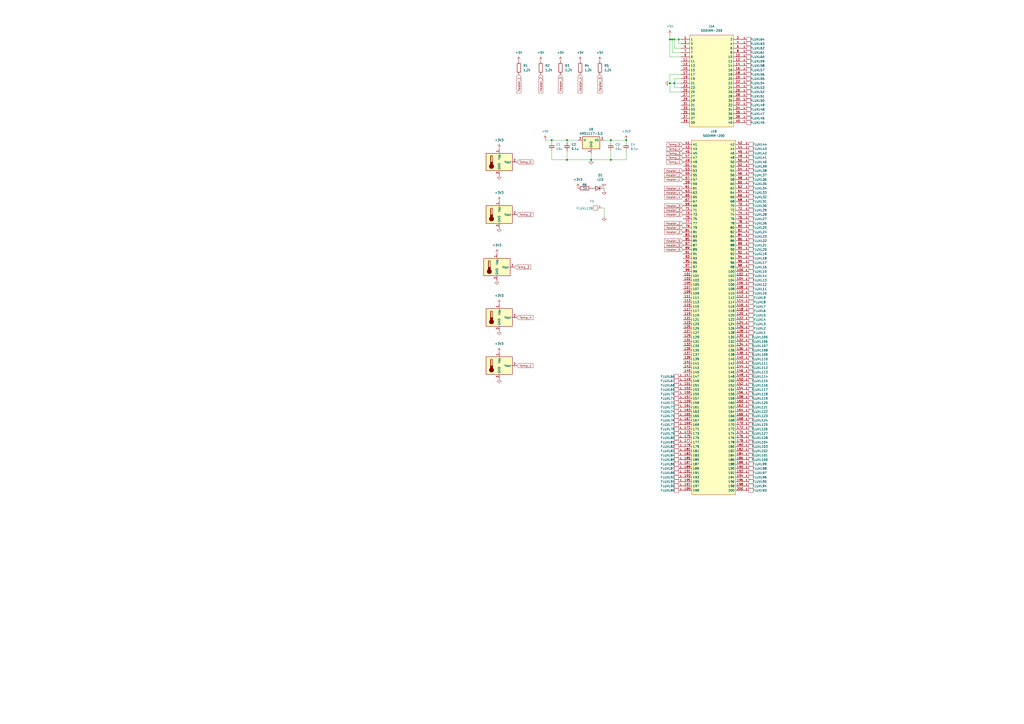
<source format=kicad_sch>
(kicad_sch (version 20250114) (generator "eeschema") (generator_version "9.0")
  (paper "A2")
  (junction (at 354.33 81.28))
  (junction (at 328.93 92.71))
  (junction (at 354.33 92.71))
  (junction (at 393.7 22.86))
  (junction (at 388.62 22.86))
  (junction (at 391.16 48.26))
  (junction (at 328.93 81.28))
  (junction (at 389.89 22.86))
  (junction (at 342.9 92.71))
  (junction (at 363.22 81.28))
  (junction (at 388.62 48.26))
  (junction (at 391.16 22.86))
  (junction (at 320.04 81.28))
  (wire (pts (xy 350.52 125.73) (xy 350.52 120.65)))
  (wire (pts (xy 350.52 109.22) (xy 350.52 110.49)))
  (wire (pts (xy 354.33 81.28) (xy 350.52 81.28)))
  (wire (pts (xy 391.16 22.86) (xy 389.89 22.86)))
  (wire (pts (xy 388.62 43.18) (xy 388.62 48.26)))
  (wire (pts (xy 391.16 48.26) (xy 394.97 48.26)))
  (wire (pts (xy 342.9 92.71) (xy 354.33 92.71)))
  (wire (pts (xy 349.25 120.65) (xy 350.52 120.65)))
  (wire (pts (xy 388.62 22.86) (xy 388.62 20.32)))
  (wire (pts (xy 320.04 81.28) (xy 320.04 82.55)))
  (wire (pts (xy 328.93 87.63) (xy 328.93 92.71)))
  (wire (pts (xy 320.04 81.28) (xy 328.93 81.28)))
  (wire (pts (xy 391.16 27.94) (xy 391.16 22.86)))
  (wire (pts (xy 354.33 92.71) (xy 354.33 87.63)))
  (wire (pts (xy 394.97 50.8) (xy 391.16 50.8)))
  (wire (pts (xy 363.22 82.55) (xy 363.22 81.28)))
  (wire (pts (xy 389.89 22.86) (xy 388.62 22.86)))
  (wire (pts (xy 363.22 92.71) (xy 363.22 87.63)))
  (wire (pts (xy 391.16 27.94) (xy 394.97 27.94)))
  (wire (pts (xy 388.62 33.02) (xy 388.62 22.86)))
  (wire (pts (xy 354.33 92.71) (xy 363.22 92.71)))
  (wire (pts (xy 391.16 22.86) (xy 393.7 22.86)))
  (wire (pts (xy 388.62 53.34) (xy 388.62 48.26)))
  (wire (pts (xy 320.04 92.71) (xy 328.93 92.71)))
  (wire (pts (xy 328.93 81.28) (xy 328.93 82.55)))
  (wire (pts (xy 394.97 53.34) (xy 388.62 53.34)))
  (wire (pts (xy 393.7 25.4) (xy 394.97 25.4)))
  (wire (pts (xy 394.97 30.48) (xy 389.89 30.48)))
  (wire (pts (xy 354.33 82.55) (xy 354.33 81.28)))
  (wire (pts (xy 393.7 25.4) (xy 393.7 22.86)))
  (wire (pts (xy 316.23 81.28) (xy 320.04 81.28)))
  (wire (pts (xy 393.7 22.86) (xy 394.97 22.86)))
  (wire (pts (xy 391.16 50.8) (xy 391.16 48.26)))
  (wire (pts (xy 394.97 43.18) (xy 388.62 43.18)))
  (wire (pts (xy 328.93 81.28) (xy 335.28 81.28)))
  (wire (pts (xy 342.9 88.9) (xy 342.9 92.71)))
  (wire (pts (xy 394.97 33.02) (xy 388.62 33.02)))
  (wire (pts (xy 320.04 87.63) (xy 320.04 92.71)))
  (wire (pts (xy 391.16 48.26) (xy 391.16 45.72)))
  (wire (pts (xy 389.89 30.48) (xy 389.89 22.86)))
  (wire (pts (xy 354.33 81.28) (xy 363.22 81.28)))
  (wire (pts (xy 328.93 92.71) (xy 342.9 92.71)))
  (wire (pts (xy 391.16 45.72) (xy 394.97 45.72)))
  (wire (pts (xy 388.62 48.26) (xy 391.16 48.26)))
  (global_label "Heater_5" (shape input) (at 347.98 43.18 270) (property "Intersheetrefs" "${INTERSHEET_REFS}" (effects (hide yes))))
  (global_label "Heater_2" (shape input) (at 396.24 134.62 180) (property "Intersheetrefs" "${INTERSHEET_REFS}" (effects (hide yes))))
  (global_label "Heater_4" (shape input) (at 396.24 111.76 180) (property "Intersheetrefs" "${INTERSHEET_REFS}" (effects (hide yes))))
  (global_label "Heater_1" (shape input) (at 396.24 99.06 180) (property "Intersheetrefs" "${INTERSHEET_REFS}" (effects (hide yes))))
  (global_label "Temp_5" (shape input) (at 299.72 93.98 0) (property "Intersheetrefs" "${INTERSHEET_REFS}" (effects (hide yes))))
  (global_label "Heater_3" (shape input) (at 396.24 119.38 180) (property "Intersheetrefs" "${INTERSHEET_REFS}" (effects (hide yes))))
  (global_label "Heater_4" (shape input) (at 396.24 109.22 180) (property "Intersheetrefs" "${INTERSHEET_REFS}" (effects (hide yes))))
  (global_label "Heater_1" (shape input) (at 396.24 101.6 180) (property "Intersheetrefs" "${INTERSHEET_REFS}" (effects (hide yes))))
  (global_label "Heater_2" (shape input) (at 396.24 129.54 180) (property "Intersheetrefs" "${INTERSHEET_REFS}" (effects (hide yes))))
  (global_label "Heater_3" (shape input) (at 396.24 124.46 180) (property "Intersheetrefs" "${INTERSHEET_REFS}" (effects (hide yes))))
  (global_label "Temp_4" (shape input) (at 396.24 86.36 180) (property "Intersheetrefs" "${INTERSHEET_REFS}" (effects (hide yes))))
  (global_label "Temp_3" (shape input) (at 396.24 88.9 180) (property "Intersheetrefs" "${INTERSHEET_REFS}" (effects (hide yes))))
  (global_label "Heater_4" (shape input) (at 396.24 114.3 180) (property "Intersheetrefs" "${INTERSHEET_REFS}" (effects (hide yes))))
  (global_label "Temp_2" (shape input) (at 396.24 91.44 180) (property "Intersheetrefs" "${INTERSHEET_REFS}" (effects (hide yes))))
  (global_label "Temp_5" (shape input) (at 396.24 83.82 180) (property "Intersheetrefs" "${INTERSHEET_REFS}" (effects (hide yes))))
  (global_label "Heater_2" (shape input) (at 313.69 43.18 270) (property "Intersheetrefs" "${INTERSHEET_REFS}" (effects (hide yes))))
  (global_label "Heater_3" (shape input) (at 325.12 43.18 270) (property "Intersheetrefs" "${INTERSHEET_REFS}" (effects (hide yes))))
  (global_label "Temp_1" (shape input) (at 396.24 93.98 180) (property "Intersheetrefs" "${INTERSHEET_REFS}" (effects (hide yes))))
  (global_label "Heater_5" (shape input) (at 396.24 139.7 180) (property "Intersheetrefs" "${INTERSHEET_REFS}" (effects (hide yes))))
  (global_label "Heater_1" (shape input) (at 396.24 104.14 180) (property "Intersheetrefs" "${INTERSHEET_REFS}" (effects (hide yes))))
  (global_label "Heater_2" (shape input) (at 396.24 132.08 180) (property "Intersheetrefs" "${INTERSHEET_REFS}" (effects (hide yes))))
  (global_label "Temp_1" (shape input) (at 299.72 212.09 0) (property "Intersheetrefs" "${INTERSHEET_REFS}" (effects (hide yes))))
  (global_label "Temp_2" (shape input) (at 299.72 124.46 0) (property "Intersheetrefs" "${INTERSHEET_REFS}" (effects (hide yes))))
  (global_label "Heater_5" (shape input) (at 396.24 142.24 180) (property "Intersheetrefs" "${INTERSHEET_REFS}" (effects (hide yes))))
  (global_label "Heater_4" (shape input) (at 336.55 43.18 270) (property "Intersheetrefs" "${INTERSHEET_REFS}" (effects (hide yes))))
  (global_label "Temp_4" (shape input) (at 299.72 184.15 0) (property "Intersheetrefs" "${INTERSHEET_REFS}" (effects (hide yes))))
  (global_label "Heater_5" (shape input) (at 396.24 144.78 180) (property "Intersheetrefs" "${INTERSHEET_REFS}" (effects (hide yes))))
  (global_label "Heater_3" (shape input) (at 396.24 121.92 180) (property "Intersheetrefs" "${INTERSHEET_REFS}" (effects (hide yes))))
  (global_label "Heater_1" (shape input) (at 300.99 43.18 270) (property "Intersheetrefs" "${INTERSHEET_REFS}" (effects (hide yes))))
  (global_label "Temp_3" (shape input) (at 298.45 154.94 0) (property "Intersheetrefs" "${INTERSHEET_REFS}" (effects (hide yes))))
  (symbol (lib_id "GaudiLabsPartsLibrary:FX") (at 435.61 119.38 270) (unit 1)
    (property "Reference" "FLUXL30" (at 440.69 119.38 90))
    (property "Value" "FX" (effects (hide yes)))
    (property "Footprint" "GaudiLabsFootPrints:FLUXPAD_2_75_4MIL_4_5" (effects (hide yes)))
    (property "Description" "Fluxl Pad" (effects (hide yes)))
  )
  (symbol (lib_id "power:+5V") (at 335.28 109.22 0) (unit 1)
    (property "Reference" "#PWR0123" (effects (hide yes)))
    (property "Value" "+3V3" (at 335.28 104.14 0))
    (property "Description" "Power symbol creates a global label with name \"+5V\"" (effects (hide yes)))
  )
  (symbol (lib_id "GaudiLabsPartsLibrary:FX") (at 435.61 279.4 270) (unit 1)
    (property "Reference" "FLUXL95" (at 440.69 279.4 90))
    (property "Value" "FX" (effects (hide yes)))
    (property "Footprint" "GaudiLabsFootPrints:FLUXPAD_2_75_4MIL_4_5" (effects (hide yes)))
    (property "Description" "Fluxl Pad" (effects (hide yes)))
  )
  (symbol (lib_id "GaudiLabsPartsLibrary:FX") (at 435.61 129.54 270) (unit 1)
    (property "Reference" "FLUXL26" (at 440.69 129.54 90))
    (property "Value" "FX" (effects (hide yes)))
    (property "Footprint" "GaudiLabsFootPrints:FLUXPAD_2_75_4MIL_4_5" (effects (hide yes)))
    (property "Description" "Fluxl Pad" (effects (hide yes)))
  )
  (symbol (lib_id "GaudiLabsPartsLibrary:FX") (at 435.61 134.62 270) (unit 1)
    (property "Reference" "FLUXL24" (at 440.69 134.62 90))
    (property "Value" "FX" (effects (hide yes)))
    (property "Footprint" "GaudiLabsFootPrints:FLUXPAD_2_75_4MIL_4_5" (effects (hide yes)))
    (property "Description" "Fluxl Pad" (effects (hide yes)))
  )
  (symbol (lib_id "GaudiLabsPartsLibrary:FX") (at 434.34 30.48 270) (unit 1)
    (property "Reference" "FLUXL61" (at 439.42 30.48 90))
    (property "Value" "FX" (effects (hide yes)))
    (property "Footprint" "GaudiLabsFootPrints:FLUXPAD_2_75_4MIL_4_5" (effects (hide yes)))
    (property "Description" "Fluxl Pad" (effects (hide yes)))
  )
  (symbol (lib_id "GaudiLabsPartsLibrary:FX") (at 435.61 271.78 270) (unit 1)
    (property "Reference" "FLUXL98" (at 440.69 271.78 90))
    (property "Value" "FX" (effects (hide yes)))
    (property "Footprint" "GaudiLabsFootPrints:FLUXPAD_2_75_4MIL_4_5" (effects (hide yes)))
    (property "Description" "Fluxl Pad" (effects (hide yes)))
  )
  (symbol (lib_id "GaudiLabsPartsLibrary:FX") (at 434.34 27.94 270) (unit 1)
    (property "Reference" "FLUXL62" (at 439.42 27.94 90))
    (property "Value" "FX" (effects (hide yes)))
    (property "Footprint" "GaudiLabsFootPrints:FLUXPAD_2_75_4MIL_4_5_res1" (effects (hide yes)))
    (property "Description" "Fluxl Pad" (effects (hide yes)))
  )
  (symbol (lib_id "GaudiLabsPartsLibrary:FX") (at 392.43 279.4 90) (mirror x) (unit 1)
    (property "Reference" "FLUXL91" (at 387.35 279.4 90))
    (property "Value" "FX" (effects (hide yes)))
    (property "Footprint" "GaudiLabsFootPrints:FLUXPAD_2_75_4MIL_4_5" (effects (hide yes)))
    (property "Description" "Fluxl Pad" (effects (hide yes)))
  )
  (symbol (lib_id "GaudiLabsPartsLibrary:FX") (at 435.61 165.1 270) (unit 1)
    (property "Reference" "FLUXL12" (at 440.69 165.1 90))
    (property "Value" "FX" (effects (hide yes)))
    (property "Footprint" "GaudiLabsFootPrints:FLUXPAD_2_75_4MIL_4_5" (effects (hide yes)))
  )
  (symbol (lib_id "Sensor_Temperature:MCP9700Ax-ETT") (at 289.56 212.09 0) (unit 1)
    (property "Reference" "U5" (effects (hide yes)))
    (property "Value" "MCP9700Ax-ETT" (effects (hide yes)))
    (property "Footprint" "Package_TO_SOT_SMD:SOT-23" (effects (hide yes)))
    (property "Datasheet" "http://ww1.microchip.com/downloads/en/devicedoc/20001942g.pdf" (effects (hide yes)))
    (property "Description" "Low power, analog thermistor temperature sensor, ±2C accuracy, -40C to +125C, in SOT-23-3" (effects (hide yes)))
  )
  (symbol (lib_id "GaudiLabsPartsLibrary:FX") (at 392.43 228.6 90) (unit 1)
    (property "Reference" "FLUXL70" (at 387.35 228.6 90))
    (property "Value" "FX" (effects (hide yes)))
    (property "Footprint" "GaudiLabsFootPrints:FLUXPAD_2_75_4MIL_4_5" (effects (hide yes)))
    (property "Description" "Fluxl Pad" (effects (hide yes)))
  )
  (symbol (lib_id "GaudiLabsPartsLibrary:FX") (at 434.34 58.42 270) (unit 1)
    (property "Reference" "FLUXL50" (at 439.42 58.42 90))
    (property "Value" "FX" (effects (hide yes)))
    (property "Footprint" "GaudiLabsFootPrints:FLUXPAD_2_75_4MIL_4_5" (effects (hide yes)))
    (property "Description" "Fluxl Pad" (effects (hide yes)))
  )
  (symbol (lib_id "power:+5V") (at 325.12 35.56 0) (unit 1)
    (property "Reference" "#PWR0113" (effects (hide yes)))
    (property "Value" "+5V" (at 325.12 30.48 0))
    (property "Description" "Power symbol creates a global label with name \"+5V\"" (effects (hide yes)))
  )
  (symbol (lib_id "GaudiLabsPartsLibrary:FX") (at 392.43 266.7 90) (unit 1)
    (property "Reference" "FLUXL85" (at 387.35 266.7 90))
    (property "Value" "FX" (effects (hide yes)))
    (property "Footprint" "GaudiLabsFootPrints:FLUXPAD_2_75_4MIL_4_5" (effects (hide yes)))
    (property "Description" "Fluxl Pad" (effects (hide yes)))
  )
  (symbol (lib_id "GaudiLabsPartsLibrary:FX") (at 435.61 104.14 270) (unit 1)
    (property "Reference" "FLUXL36" (at 440.69 104.14 90))
    (property "Value" "FX" (effects (hide yes)))
    (property "Footprint" "GaudiLabsFootPrints:FLUXPAD_2_75_4MIL_4_5" (effects (hide yes)))
    (property "Description" "Fluxl Pad" (effects (hide yes)))
  )
  (symbol (lib_id "GaudiLabsPartsLibrary:FX") (at 434.34 33.02 270) (unit 1)
    (property "Reference" "FLUXL60" (at 439.42 33.02 90))
    (property "Value" "FX" (effects (hide yes)))
    (property "Footprint" "GaudiLabsFootPrints:FLUXPAD_2_75_4MIL_4_5" (effects (hide yes)))
    (property "Description" "Fluxl Pad" (effects (hide yes)))
  )
  (symbol (lib_id "GaudiLabsPartsLibrary:FX") (at 435.61 93.98 270) (unit 1)
    (property "Reference" "FLUXL40" (at 440.69 93.98 90))
    (property "Value" "FX" (effects (hide yes)))
    (property "Footprint" "GaudiLabsFootPrints:FLUXPAD_2_75_4MIL_4_5" (effects (hide yes)))
  )
  (symbol (lib_id "GaudiLabsPartsLibrary:FX") (at 434.34 53.34 270) (unit 1)
    (property "Reference" "FLUXL52" (at 439.42 53.34 90))
    (property "Value" "FX" (effects (hide yes)))
    (property "Footprint" "GaudiLabsFootPrints:FLUXPAD_2_75_4MIL_4_5" (effects (hide yes)))
    (property "Description" "Fluxl Pad" (effects (hide yes)))
  )
  (symbol (lib_id "GaudiLabsPartsLibrary:FX") (at 392.43 251.46 90) (unit 1)
    (property "Reference" "FLUXL79" (at 387.35 251.46 90))
    (property "Value" "FX" (effects (hide yes)))
    (property "Footprint" "GaudiLabsFootPrints:FLUXPAD_2_75_4MIL_4_5" (effects (hide yes)))
    (property "Description" "Fluxl Pad" (effects (hide yes)))
  )
  (symbol (lib_id "GaudiLabsPartsLibrary:FX") (at 435.61 177.8 270) (unit 1)
    (property "Reference" "FLUXL7" (at 440.69 177.8 90))
    (property "Value" "FX" (effects (hide yes)))
    (property "Footprint" "GaudiLabsFootPrints:FLUXPAD_2_75_4MIL_4_5" (effects (hide yes)))
    (property "Description" "Fluxl Pad" (effects (hide yes)))
  )
  (symbol (lib_id "GaudiLabsPartsLibrary:FX") (at 434.34 43.18 270) (unit 1)
    (property "Reference" "FLUXL56" (at 439.42 43.18 90))
    (property "Value" "FX" (effects (hide yes)))
    (property "Footprint" "GaudiLabsFootPrints:FLUXPAD_2_75_4MIL_4_5" (effects (hide yes)))
    (property "Description" "Fluxl Pad" (effects (hide yes)))
  )
  (symbol (lib_id "power:+5V") (at 289.56 116.84 0) (unit 1)
    (property "Reference" "#PWR0125" (effects (hide yes)))
    (property "Value" "+3V3" (at 289.56 111.76 0))
    (property "Description" "Power symbol creates a global label with name \"+5V\"" (effects (hide yes)))
  )
  (symbol (lib_id "power:+5V") (at 289.56 204.47 0) (unit 1)
    (property "Reference" "#PWR0128" (effects (hide yes)))
    (property "Value" "+3V3" (at 289.56 199.39 0))
    (property "Description" "Power symbol creates a global label with name \"+5V\"" (effects (hide yes)))
  )
  (symbol (lib_id "power:+5V") (at 316.23 81.28 0) (unit 1)
    (property "Reference" "#PWR0121" (effects (hide yes)))
    (property "Value" "+5V" (at 316.23 76.2 0))
    (property "Description" "Power symbol creates a global label with name \"+5V\"" (effects (hide yes)))
  )
  (symbol (lib_id "GaudiLabsPartsLibrary:FX") (at 435.61 193.04 270) (unit 1)
    (property "Reference" "FLUXL1" (at 440.69 193.04 90))
    (property "Value" "FX" (effects (hide yes)))
    (property "Footprint" "GaudiLabsFootPrints:FLUXPAD_2_75_4MIL_4_5" (effects (hide yes)))
    (property "Description" "Fluxl Pad" (effects (hide yes)))
  )
  (symbol (lib_id "GaudiLabsPartsLibrary:FX") (at 392.43 218.44 90) (unit 1)
    (property "Reference" "FLUXL66" (at 387.35 218.44 90))
    (property "Value" "FX" (effects (hide yes)))
    (property "Footprint" "GaudiLabsFootPrints:FLUXPAD_2_75_4MIL_4_5" (effects (hide yes)))
    (property "Description" "Fluxl Pad" (effects (hide yes)))
  )
  (symbol (lib_id "GaudiLabsPartsLibrary:FX") (at 392.43 226.06 90) (unit 1)
    (property "Reference" "FLUXL69" (at 387.35 226.06 90))
    (property "Value" "FX" (effects (hide yes)))
    (property "Footprint" "GaudiLabsFootPrints:FLUXPAD_2_75_4MIL_4_5" (effects (hide yes)))
    (property "Description" "Fluxl Pad" (effects (hide yes)))
  )
  (symbol (lib_id "power:+5V") (at 336.55 35.56 0) (unit 1)
    (property "Reference" "#PWR0114" (effects (hide yes)))
    (property "Value" "+5V" (at 336.55 30.48 0))
    (property "Description" "Power symbol creates a global label with name \"+5V\"" (effects (hide yes)))
  )
  (symbol (lib_id "GaudiLabsPartsLibrary:FX") (at 392.43 233.68 90) (unit 1)
    (property "Reference" "FLUXL72" (at 387.35 233.68 90))
    (property "Value" "FX" (effects (hide yes)))
    (property "Footprint" "GaudiLabsFootPrints:FLUXPAD_2_75_4MIL_4_5" (effects (hide yes)))
    (property "Description" "Fluxl Pad" (effects (hide yes)))
  )
  (symbol (lib_id "Sensor_Temperature:MCP9700Ax-ETT") (at 289.56 124.46 0) (unit 1)
    (property "Reference" "U2" (effects (hide yes)))
    (property "Value" "MCP9700Ax-ETT" (effects (hide yes)))
    (property "Footprint" "Package_TO_SOT_SMD:SOT-23" (effects (hide yes)))
    (property "Datasheet" "http://ww1.microchip.com/downloads/en/devicedoc/20001942g.pdf" (effects (hide yes)))
    (property "Description" "Low power, analog thermistor temperature sensor, ±2C accuracy, -40C to +125C, in SOT-23-3" (effects (hide yes)))
  )
  (symbol (lib_id "Device:R") (at 339.09 109.22 90) (unit 1)
    (property "Reference" "R6" (at 339.09 107.188 90))
    (property "Value" "1k" (at 339.344 109.22 90))
    (property "Footprint" "Resistor_SMD:R_0402_1005Metric" (effects (hide yes)))
    (property "Description" "Resistor" (effects (hide yes)))
  )
  (symbol (lib_id "GaudiLabsPartsLibrary:FX") (at 435.61 220.98 270) (mirror x) (unit 1)
    (property "Reference" "FLUXL115" (at 440.69 220.98 90))
    (property "Value" "FX" (effects (hide yes)))
    (property "Footprint" "GaudiLabsFootPrints:FLUXPAD_2_75_4MIL_4_5" (effects (hide yes)))
    (property "Description" "Fluxl Pad" (effects (hide yes)))
  )
  (symbol (lib_id "GaudiLabsPartsLibrary:FX") (at 435.61 172.72 270) (unit 1)
    (property "Reference" "FLUXL9" (at 440.69 172.72 90))
    (property "Value" "FX" (effects (hide yes)))
    (property "Footprint" "GaudiLabsFootPrints:FLUXPAD_2_75_4MIL_4_5" (effects (hide yes)))
    (property "Description" "Fluxl Pad" (effects (hide yes)))
  )
  (symbol (lib_id "GaudiLabsPartsLibrary:FX") (at 435.61 266.7 270) (unit 1)
    (property "Reference" "FLUXL100" (at 440.69 266.7 90))
    (property "Value" "FX" (effects (hide yes)))
    (property "Footprint" "GaudiLabsFootPrints:FLUXPAD_2_75_4MIL_4_5" (effects (hide yes)))
    (property "Description" "Fluxl Pad" (effects (hide yes)))
  )
  (symbol (lib_id "GaudiLabsPartsLibrary:FX") (at 435.61 83.82 270) (unit 1)
    (property "Reference" "FLUXL44" (at 440.69 83.82 90))
    (property "Value" "FX" (effects (hide yes)))
    (property "Footprint" "GaudiLabsFootPrints:FLUXPAD_2_75_4MIL_4_5" (effects (hide yes)))
    (property "Description" "Fluxl Pad" (effects (hide yes)))
  )
  (symbol (lib_id "GaudiLabsPartsLibrary:FX") (at 435.61 261.62 270) (unit 1)
    (property "Reference" "FLUXL102" (at 440.69 261.62 90))
    (property "Value" "FX" (effects (hide yes)))
    (property "Footprint" "GaudiLabsFootPrints:FLUXPAD_2_75_4MIL_4_5" (effects (hide yes)))
    (property "Description" "Fluxl Pad" (effects (hide yes)))
  )
  (symbol (lib_id "GaudiLabsPartsLibrary:FX") (at 435.61 124.46 270) (unit 1)
    (property "Reference" "FLUXL28" (at 440.69 124.46 90))
    (property "Value" "FX" (effects (hide yes)))
    (property "Footprint" "GaudiLabsFootPrints:FLUXPAD_2_75_4MIL_4_5" (effects (hide yes)))
    (property "Description" "Fluxl Pad" (effects (hide yes)))
  )
  (symbol (lib_id "GaudiLabsPartsLibrary:FX") (at 435.61 233.68 270) (mirror x) (unit 1)
    (property "Reference" "FLUXL120" (at 440.69 233.68 90))
    (property "Value" "FX" (effects (hide yes)))
    (property "Footprint" "GaudiLabsFootPrints:FLUXPAD_2_75_4MIL_4_5" (effects (hide yes)))
    (property "Description" "Fluxl Pad" (effects (hide yes)))
  )
  (symbol (lib_id "GaudiLabsPartsLibrary:FX") (at 434.34 60.96 270) (unit 1)
    (property "Reference" "FLUXL49" (at 439.42 60.96 90))
    (property "Value" "FX" (effects (hide yes)))
    (property "Footprint" "GaudiLabsFootPrints:FLUXPAD_2_75_4MIL_4_5" (effects (hide yes)))
    (property "Description" "Fluxl Pad" (effects (hide yes)))
  )
  (symbol (lib_id "GaudiLabsPartsLibrary:FX") (at 435.61 236.22 270) (mirror x) (unit 1)
    (property "Reference" "FLUXL121" (at 440.69 236.22 90))
    (property "Value" "FX" (effects (hide yes)))
    (property "Footprint" "GaudiLabsFootPrints:FLUXPAD_2_75_4MIL_4_5" (effects (hide yes)))
    (property "Description" "Fluxl Pad" (effects (hide yes)))
  )
  (symbol (lib_id "GaudiLabsPartsLibrary:FX") (at 434.34 35.56 270) (unit 1)
    (property "Reference" "FLUXL59" (at 439.42 35.56 90))
    (property "Value" "FX" (effects (hide yes)))
    (property "Footprint" "GaudiLabsFootPrints:FLUXPAD_2_75_4MIL_4_5" (effects (hide yes)))
    (property "Description" "Fluxl Pad" (effects (hide yes)))
  )
  (symbol (lib_id "GaudiLabsPartsLibrary:FX") (at 435.61 182.88 270) (unit 1)
    (property "Reference" "FLUXL5" (at 440.69 182.88 90))
    (property "Value" "FX" (effects (hide yes)))
    (property "Footprint" "GaudiLabsFootPrints:FLUXPAD_2_75_4MIL_4_5" (effects (hide yes)))
    (property "Description" "Fluxl Pad" (effects (hide yes)))
  )
  (symbol (lib_id "GaudiLabsPartsLibrary:FX") (at 435.61 264.16 270) (unit 1)
    (property "Reference" "FLUXL101" (at 440.69 264.16 90))
    (property "Value" "FX" (effects (hide yes)))
    (property "Footprint" "GaudiLabsFootPrints:FLUXPAD_2_75_4MIL_4_5" (effects (hide yes)))
    (property "Description" "Fluxl Pad" (effects (hide yes)))
  )
  (symbol (lib_id "GaudiLabsPartsLibrary:FX") (at 392.43 241.3 90) (unit 1)
    (property "Reference" "FLUXL75" (at 387.35 241.3 90))
    (property "Value" "FX" (effects (hide yes)))
    (property "Footprint" "GaudiLabsFootPrints:FLUXPAD_2_75_4MIL_4_5" (effects (hide yes)))
    (property "Description" "Fluxl Pad" (effects (hide yes)))
  )
  (symbol (lib_id "GaudiLabsPartsLibrary:FX") (at 392.43 284.48 90) (unit 1)
    (property "Reference" "FLUXL89" (at 387.35 284.48 90))
    (property "Value" "FX" (effects (hide yes)))
    (property "Footprint" "GaudiLabsFootPrints:FLUXPAD_2_75_4MIL_4_5" (effects (hide yes)))
    (property "Description" "Fluxl Pad" (effects (hide yes)))
  )
  (symbol (lib_id "GaudiLabsPartsLibrary:FX") (at 435.61 190.5 270) (unit 1)
    (property "Reference" "FLUXL2" (at 440.69 190.5 90))
    (property "Value" "FX" (effects (hide yes)))
    (property "Footprint" "GaudiLabsFootPrints:FLUXPAD_2_75_4MIL_4_5" (effects (hide yes)))
    (property "Description" "Fluxl Pad" (effects (hide yes)))
  )
  (symbol (lib_id "GaudiLabsPartsLibrary:FX") (at 345.44 120.65 90) (unit 1)
    (property "Reference" "FLUXL129" (at 339.09 120.904 90))
    (property "Value" "FX" (at 343.408 116.84 90))
    (property "Footprint" "GaudiLabsFootPrints:Pad_4mm_10mm" (effects (hide yes)))
    (property "Description" "Fluxl Pad" (effects (hide yes)))
  )
  (symbol (lib_id "GaudiLabsPartsLibrary:FX") (at 435.61 132.08 270) (unit 1)
    (property "Reference" "FLUXL25" (at 440.69 132.08 90))
    (property "Value" "FX" (effects (hide yes)))
    (property "Footprint" "GaudiLabsFootPrints:FLUXPAD_2_75_4MIL_4_5" (effects (hide yes)))
    (property "Description" "Fluxl Pad" (effects (hide yes)))
  )
  (symbol (lib_id "GaudiLabsPartsLibrary:FX") (at 435.61 276.86 270) (unit 1)
    (property "Reference" "FLUXL96" (at 440.69 276.86 90))
    (property "Value" "FX" (effects (hide yes)))
    (property "Footprint" "GaudiLabsFootPrints:FLUXPAD_2_75_4MIL_4_5" (effects (hide yes)))
    (property "Description" "Fluxl Pad" (effects (hide yes)))
  )
  (symbol (lib_id "GaudiLabsPartsLibrary:FX") (at 434.34 66.04 270) (unit 1)
    (property "Reference" "FLUXL47" (at 439.42 66.04 90))
    (property "Value" "FX" (effects (hide yes)))
    (property "Footprint" "GaudiLabsFootPrints:FLUXPAD_2_75_4MIL_4_5" (effects (hide yes)))
    (property "Description" "Fluxl Pad" (effects (hide yes)))
  )
  (symbol (lib_id "Device:R") (at 313.69 39.37 0) (unit 1)
    (property "Reference" "R2" (at 316.23 38.0999 0) (effects (justify left)))
    (property "Value" "1.2k" (at 316.23 40.6399 0) (effects (justify left)))
    (property "Footprint" "Resistor_SMD:R_1206_3216Metric" (effects (hide yes)))
    (property "Description" "Resistor" (effects (hide yes)))
  )
  (symbol (lib_id "GaudiLabsPartsLibrary:FX") (at 435.61 269.24 270) (unit 1)
    (property "Reference" "FLUXL99" (at 440.69 269.24 90))
    (property "Value" "FX" (effects (hide yes)))
    (property "Footprint" "GaudiLabsFootPrints:FLUXPAD_2_75_4MIL_4_5" (effects (hide yes)))
    (property "Description" "Fluxl Pad" (effects (hide yes)))
  )
  (symbol (lib_id "GaudiLabsPartsLibrary:FX") (at 435.61 213.36 270) (mirror x) (unit 1)
    (property "Reference" "FLUXL112" (at 440.69 213.36 90))
    (property "Value" "FX" (effects (hide yes)))
    (property "Footprint" "GaudiLabsFootPrints:FLUXPAD_2_75_4MIL_4_5" (effects (hide yes)))
    (property "Description" "Fluxl Pad" (effects (hide yes)))
  )
  (symbol (lib_id "GaudiLabsPartsLibrary:FX") (at 435.61 228.6 270) (mirror x) (unit 1)
    (property "Reference" "FLUXL118" (at 440.69 228.6 90))
    (property "Value" "FX" (effects (hide yes)))
    (property "Footprint" "GaudiLabsFootPrints:FLUXPAD_2_75_4MIL_4_5" (effects (hide yes)))
    (property "Description" "Fluxl Pad" (effects (hide yes)))
  )
  (symbol (lib_id "Device:C_Small") (at 328.93 85.09 0) (unit 1)
    (property "Reference" "C2" (at 331.47 83.8262 0) (effects (justify left)))
    (property "Value" "0.1u" (at 331.47 86.3662 0) (effects (justify left)))
    (property "Footprint" "Capacitor_SMD:C_0402_1005Metric" (effects (hide yes)))
    (property "Description" "Unpolarized capacitor, small symbol" (effects (hide yes)))
  )
  (symbol (lib_id "GaudiLabsPartsLibrary:FX") (at 435.61 88.9 270) (unit 1)
    (property "Reference" "FLUXL42" (at 440.69 88.9 90))
    (property "Value" "FX" (effects (hide yes)))
    (property "Footprint" "GaudiLabsFootPrints:FLUXPAD_2_75_4MIL_4_5" (effects (hide yes)))
    (property "Description" "Fluxl Pad" (effects (hide yes)))
  )
  (symbol (lib_id "GaudiLabsPartsLibrary:FX") (at 435.61 198.12 270) (mirror x) (unit 1)
    (property "Reference" "FLUXL106" (at 440.69 198.12 90))
    (property "Value" "FX" (effects (hide yes)))
    (property "Footprint" "GaudiLabsFootPrints:FLUXPAD_2_75_4MIL_4_5" (effects (hide yes)))
    (property "Description" "Fluxl Pad" (effects (hide yes)))
  )
  (symbol (lib_id "GaudiLabsPartsLibrary:FX") (at 435.61 246.38 270) (mirror x) (unit 1)
    (property "Reference" "FLUXL125" (at 440.69 246.38 90))
    (property "Value" "FX" (effects (hide yes)))
    (property "Footprint" "GaudiLabsFootPrints:FLUXPAD_2_75_4MIL_4_5" (effects (hide yes)))
    (property "Description" "Fluxl Pad" (effects (hide yes)))
  )
  (symbol (lib_id "GaudiLabsPartsLibrary:FX") (at 435.61 109.22 270) (unit 1)
    (property "Reference" "FLUXL34" (at 440.69 109.22 90))
    (property "Value" "FX" (effects (hide yes)))
    (property "Footprint" "GaudiLabsFootPrints:FLUXPAD_2_75_4MIL_4_5" (effects (hide yes)))
    (property "Description" "Fluxl Pad" (effects (hide yes)))
  )
  (symbol (lib_id "GaudiLabsPartsLibrary:FX") (at 392.43 256.54 90) (unit 1)
    (property "Reference" "FLUXL81" (at 387.35 256.54 90))
    (property "Value" "FX" (effects (hide yes)))
    (property "Footprint" "GaudiLabsFootPrints:FLUXPAD_2_75_4MIL_4_5" (effects (hide yes)))
    (property "Description" "Fluxl Pad" (effects (hide yes)))
  )
  (symbol (lib_id "GaudiLabsPartsLibrary:FX") (at 434.34 71.12 270) (unit 1)
    (property "Reference" "FLUXL45" (at 439.42 71.12 90))
    (property "Value" "FX" (effects (hide yes)))
    (property "Footprint" "GaudiLabsFootPrints:FLUXPAD_2_75_4MIL_4_5" (effects (hide yes)))
    (property "Description" "Fluxl Pad" (effects (hide yes)))
  )
  (symbol (lib_id "GaudiLabsPartsLibrary:FX") (at 435.61 157.48 270) (unit 1)
    (property "Reference" "FLUXL15" (at 440.69 157.48 90))
    (property "Value" "FX" (effects (hide yes)))
    (property "Footprint" "GaudiLabsFootPrints:FLUXPAD_2_75_4MIL_4_5" (effects (hide yes)))
    (property "Description" "Fluxl Pad" (effects (hide yes)))
  )
  (symbol (lib_id "GaudiLabsPartsLibrary:FX") (at 435.61 195.58 270) (mirror x) (unit 1)
    (property "Reference" "FLUXL105" (at 440.69 195.58 90))
    (property "Value" "FX" (effects (hide yes)))
    (property "Footprint" "GaudiLabsFootPrints:FLUXPAD_2_75_4MIL_4_5" (effects (hide yes)))
    (property "Description" "Fluxl Pad" (effects (hide yes)))
  )
  (symbol (lib_id "Device:C_Small") (at 320.04 85.09 0) (unit 1)
    (property "Reference" "C1" (at 322.58 83.8262 0) (effects (justify left)))
    (property "Value" "10u" (at 322.58 86.3662 0) (effects (justify left)))
    (property "Footprint" "Capacitor_SMD:C_0402_1005Metric" (effects (hide yes)))
    (property "Description" "Unpolarized capacitor, small symbol" (effects (hide yes)))
  )
  (symbol (lib_id "Device:R") (at 336.55 39.37 0) (unit 1)
    (property "Reference" "R4" (at 339.09 38.0999 0) (effects (justify left)))
    (property "Value" "1.2k" (at 339.09 40.6399 0) (effects (justify left)))
    (property "Footprint" "Resistor_SMD:R_1206_3216Metric" (effects (hide yes)))
    (property "Description" "Resistor" (effects (hide yes)))
  )
  (symbol (lib_id "Sensor_Temperature:MCP9700Ax-ETT") (at 289.56 93.98 0) (unit 1)
    (property "Reference" "U1" (effects (hide yes)))
    (property "Value" "MCP9700Ax-ETT" (effects (hide yes)))
    (property "Footprint" "Package_TO_SOT_SMD:SOT-23" (effects (hide yes)))
    (property "Datasheet" "http://ww1.microchip.com/downloads/en/devicedoc/20001942g.pdf" (effects (hide yes)))
    (property "Description" "Low power, analog thermistor temperature sensor, ±2C accuracy, -40C to +125C, in SOT-23-3" (effects (hide yes)))
  )
  (symbol (lib_id "GaudiLabsPartsLibrary:FX") (at 392.43 276.86 90) (mirror x) (unit 1)
    (property "Reference" "FLUXL92" (at 387.35 276.86 90))
    (property "Value" "FX" (effects (hide yes)))
    (property "Footprint" "GaudiLabsFootPrints:FLUXPAD_2_75_4MIL_4_5" (effects (hide yes)))
    (property "Description" "Fluxl Pad" (effects (hide yes)))
  )
  (symbol (lib_id "power:+5V") (at 347.98 35.56 0) (unit 1)
    (property "Reference" "#PWR0115" (effects (hide yes)))
    (property "Value" "+5V" (at 347.98 30.48 0))
    (property "Description" "Power symbol creates a global label with name \"+5V\"" (effects (hide yes)))
  )
  (symbol (lib_id "GaudiLabsPartsLibrary:FX") (at 434.34 50.8 270) (unit 1)
    (property "Reference" "FLUXL53" (at 439.42 50.8 90))
    (property "Value" "FX" (effects (hide yes)))
    (property "Footprint" "GaudiLabsFootPrints:FLUXPAD_2_75_4MIL_4_5" (effects (hide yes)))
  )
  (symbol (lib_id "GaudiLabsPartsLibrary:FX") (at 435.61 208.28 270) (mirror x) (unit 1)
    (property "Reference" "FLUXL110" (at 440.69 208.28 90))
    (property "Value" "FX" (effects (hide yes)))
    (property "Footprint" "GaudiLabsFootPrints:FLUXPAD_2_75_4MIL_4_5" (effects (hide yes)))
    (property "Description" "Fluxl Pad" (effects (hide yes)))
  )
  (symbol (lib_id "GaudiLabsPartsLibrary:FX") (at 392.43 246.38 90) (unit 1)
    (property "Reference" "FLUXL77" (at 387.35 246.38 90))
    (property "Value" "FX" (effects (hide yes)))
    (property "Footprint" "GaudiLabsFootPrints:FLUXPAD_2_75_4MIL_4_5" (effects (hide yes)))
    (property "Description" "Fluxl Pad" (effects (hide yes)))
  )
  (symbol (lib_id "GaudiLabsPartsLibrary:FX") (at 435.61 175.26 270) (unit 1)
    (property "Reference" "FLUXL8" (at 440.69 175.26 90))
    (property "Value" "FX" (effects (hide yes)))
    (property "Footprint" "GaudiLabsFootPrints:FLUXPAD_2_75_4MIL_4_5" (effects (hide yes)))
    (property "Description" "Fluxl Pad" (effects (hide yes)))
  )
  (symbol (lib_id "GaudiLabsPartsLibrary:FX") (at 435.61 139.7 270) (unit 1)
    (property "Reference" "FLUXL22" (at 440.69 139.7 90))
    (property "Value" "FX" (effects (hide yes)))
    (property "Footprint" "GaudiLabsFootPrints:FLUXPAD_2_75_4MIL_4_5" (effects (hide yes)))
    (property "Description" "Fluxl Pad" (effects (hide yes)))
  )
  (symbol (lib_id "GaudiLabsPartsLibrary:FX") (at 435.61 160.02 270) (unit 1)
    (property "Reference" "FLUXL14" (at 440.69 160.02 90))
    (property "Value" "FX" (effects (hide yes)))
    (property "Footprint" "GaudiLabsFootPrints:FLUXPAD_2_75_4MIL_4_5" (effects (hide yes)))
    (property "Description" "Fluxl Pad" (effects (hide yes)))
  )
  (symbol (lib_id "GaudiLabsPartsLibrary:FX") (at 392.43 264.16 90) (unit 1)
    (property "Reference" "FLUXL84" (at 387.35 264.16 90))
    (property "Value" "FX" (effects (hide yes)))
    (property "Footprint" "GaudiLabsFootPrints:FLUXPAD_2_75_4MIL_4_5" (effects (hide yes)))
    (property "Description" "Fluxl Pad" (effects (hide yes)))
  )
  (symbol (lib_id "power:GND") (at 342.9 92.71 0) (unit 1)
    (property "Reference" "#PWR0166" (effects (hide yes)))
    (property "Value" "GND" (effects (hide yes)))
    (property "Description" "Power symbol creates a global label with name \"GND\" , ground" (effects (hide yes)))
  )
  (symbol (lib_id "Connector:SODIMM-200") (at 412.75 45.72 0) (unit 1)
    (property "Reference" "J1" (at 412.75 15.24 0))
    (property "Value" "SODIMM-200" (at 412.75 17.78 0))
    (property "Footprint" "DDR2:DDR2" (effects (hide yes)))
    (property "Description" "SODIMM 200 Pin socket" (effects (hide yes)))
  )
  (symbol (lib_id "GaudiLabsPartsLibrary:FX") (at 435.61 121.92 270) (unit 1)
    (property "Reference" "FLUXL29" (at 440.69 121.92 90))
    (property "Value" "FX" (effects (hide yes)))
    (property "Footprint" "GaudiLabsFootPrints:FLUXPAD_2_75_4MIL_4_5" (effects (hide yes)))
    (property "Description" "Fluxl Pad" (effects (hide yes)))
  )
  (symbol (lib_id "power:GND") (at 289.56 219.71 0) (unit 1)
    (property "Reference" "#PWR0164" (effects (hide yes)))
    (property "Value" "GND" (effects (hide yes)))
    (property "Description" "Power symbol creates a global label with name \"GND\" , ground" (effects (hide yes)))
  )
  (symbol (lib_id "GaudiLabsPartsLibrary:FX") (at 392.43 254 90) (unit 1)
    (property "Reference" "FLUXL80" (at 387.35 254 90))
    (property "Value" "FX" (effects (hide yes)))
    (property "Footprint" "GaudiLabsFootPrints:FLUXPAD_2_75_4MIL_4_5" (effects (hide yes)))
    (property "Description" "Fluxl Pad" (effects (hide yes)))
  )
  (symbol (lib_id "GaudiLabsPartsLibrary:FX") (at 435.61 127 270) (unit 1)
    (property "Reference" "FLUXL27" (at 440.69 127 90))
    (property "Value" "FX" (effects (hide yes)))
    (property "Footprint" "GaudiLabsFootPrints:FLUXPAD_2_75_4MIL_4_5" (effects (hide yes)))
    (property "Description" "Fluxl Pad" (effects (hide yes)))
  )
  (symbol (lib_id "GaudiLabsPartsLibrary:FX") (at 434.34 68.58 270) (unit 1)
    (property "Reference" "FLUXL46" (at 439.42 68.58 90))
    (property "Value" "FX" (effects (hide yes)))
    (property "Footprint" "GaudiLabsFootPrints:FLUXPAD_2_75_4MIL_4_5" (effects (hide yes)))
    (property "Description" "Fluxl Pad" (effects (hide yes)))
  )
  (symbol (lib_id "GaudiLabsPartsLibrary:FX") (at 435.61 96.52 270) (unit 1)
    (property "Reference" "FLUXL39" (at 440.69 96.52 90))
    (property "Value" "FX" (effects (hide yes)))
    (property "Footprint" "GaudiLabsFootPrints:FLUXPAD_2_75_4MIL_4_5" (effects (hide yes)))
    (property "Description" "Fluxl Pad" (effects (hide yes)))
  )
  (symbol (lib_id "GaudiLabsPartsLibrary:FX") (at 435.61 147.32 270) (unit 1)
    (property "Reference" "FLUXL19" (at 440.69 147.32 90))
    (property "Value" "FX" (effects (hide yes)))
    (property "Footprint" "GaudiLabsFootPrints:FLUXPAD_2_75_4MIL_4_5" (effects (hide yes)))
    (property "Description" "Fluxl Pad" (effects (hide yes)))
  )
  (symbol (lib_id "power:GND") (at 289.56 101.6 0) (unit 1)
    (property "Reference" "#PWR0160" (effects (hide yes)))
    (property "Value" "GND" (effects (hide yes)))
    (property "Description" "Power symbol creates a global label with name \"GND\" , ground" (effects (hide yes)))
  )
  (symbol (lib_id "GaudiLabsPartsLibrary:FX") (at 435.61 241.3 270) (mirror x) (unit 1)
    (property "Reference" "FLUXL123" (at 440.69 241.3 90))
    (property "Value" "FX" (effects (hide yes)))
    (property "Footprint" "GaudiLabsFootPrints:FLUXPAD_2_75_4MIL_4_5" (effects (hide yes)))
    (property "Description" "Fluxl Pad" (effects (hide yes)))
  )
  (symbol (lib_id "GaudiLabsPartsLibrary:FX") (at 392.43 259.08 90) (unit 1)
    (property "Reference" "FLUXL82" (at 387.35 259.08 90))
    (property "Value" "FX" (effects (hide yes)))
    (property "Footprint" "GaudiLabsFootPrints:FLUXPAD_2_75_4MIL_4_5" (effects (hide yes)))
    (property "Description" "Fluxl Pad" (effects (hide yes)))
  )
  (symbol (lib_id "power:GND") (at 288.29 162.56 0) (unit 1)
    (property "Reference" "#PWR0162" (effects (hide yes)))
    (property "Value" "GND" (effects (hide yes)))
    (property "Description" "Power symbol creates a global label with name \"GND\" , ground" (effects (hide yes)))
  )
  (symbol (lib_id "GaudiLabsPartsLibrary:FX") (at 435.61 101.6 270) (unit 1)
    (property "Reference" "FLUXL37" (at 440.69 101.6 90))
    (property "Value" "FX" (effects (hide yes)))
    (property "Footprint" "GaudiLabsFootPrints:FLUXPAD_2_75_4MIL_4_5" (effects (hide yes)))
    (property "Description" "Fluxl Pad" (effects (hide yes)))
  )
  (symbol (lib_id "GaudiLabsPartsLibrary:FX") (at 434.34 40.64 270) (unit 1)
    (property "Reference" "FLUXL57" (at 439.42 40.64 90))
    (property "Value" "FX" (effects (hide yes)))
    (property "Footprint" "GaudiLabsFootPrints:FLUXPAD_2_75_4MIL_4_5" (effects (hide yes)))
    (property "Description" "Fluxl Pad" (effects (hide yes)))
  )
  (symbol (lib_id "GaudiLabsPartsLibrary:FX") (at 392.43 281.94 90) (mirror x) (unit 1)
    (property "Reference" "FLUXL90" (at 387.35 281.94 90))
    (property "Value" "FX" (effects (hide yes)))
    (property "Footprint" "GaudiLabsFootPrints:FLUXPAD_2_75_4MIL_4_5" (effects (hide yes)))
    (property "Description" "Fluxl Pad" (effects (hide yes)))
  )
  (symbol (lib_id "power:+5V") (at 288.29 147.32 0) (unit 1)
    (property "Reference" "#PWR0126" (effects (hide yes)))
    (property "Value" "+3V3" (at 288.29 142.24 0))
    (property "Description" "Power symbol creates a global label with name \"+5V\"" (effects (hide yes)))
  )
  (symbol (lib_id "GaudiLabsPartsLibrary:FX") (at 435.61 116.84 270) (unit 1)
    (property "Reference" "FLUXL31" (at 440.69 116.84 90))
    (property "Value" "FX" (effects (hide yes)))
    (property "Footprint" "GaudiLabsFootPrints:FLUXPAD_2_75_4MIL_4_5" (effects (hide yes)))
    (property "Description" "Fluxl Pad" (effects (hide yes)))
  )
  (symbol (lib_id "GaudiLabsPartsLibrary:FX") (at 435.61 154.94 270) (unit 1)
    (property "Reference" "FLUXL16" (at 440.69 154.94 90))
    (property "Value" "FX" (effects (hide yes)))
    (property "Footprint" "GaudiLabsFootPrints:FLUXPAD_2_75_4MIL_4_5" (effects (hide yes)))
    (property "Description" "Fluxl Pad" (effects (hide yes)))
  )
  (symbol (lib_id "GaudiLabsPartsLibrary:FX") (at 435.61 251.46 270) (mirror x) (unit 1)
    (property "Reference" "FLUXL127" (at 440.69 251.46 90))
    (property "Value" "FX" (effects (hide yes)))
    (property "Footprint" "GaudiLabsFootPrints:FLUXPAD_2_75_4MIL_4_5" (effects (hide yes)))
    (property "Description" "Fluxl Pad" (effects (hide yes)))
  )
  (symbol (lib_id "GaudiLabsPartsLibrary:FX") (at 435.61 281.94 270) (unit 1)
    (property "Reference" "FLUXL94" (at 440.69 281.94 90))
    (property "Value" "FX" (effects (hide yes)))
    (property "Footprint" "GaudiLabsFootPrints:FLUXPAD_2_75_4MIL_4_5" (effects (hide yes)))
    (property "Description" "Fluxl Pad" (effects (hide yes)))
  )
  (symbol (lib_id "GaudiLabsPartsLibrary:FX") (at 435.61 223.52 270) (mirror x) (unit 1)
    (property "Reference" "FLUXL116" (at 440.69 223.52 90))
    (property "Value" "FX" (effects (hide yes)))
    (property "Footprint" "GaudiLabsFootPrints:FLUXPAD_2_75_4MIL_4_5" (effects (hide yes)))
    (property "Description" "Fluxl Pad" (effects (hide yes)))
  )
  (symbol (lib_id "GaudiLabsPartsLibrary:FX") (at 435.61 238.76 270) (mirror x) (unit 1)
    (property "Reference" "FLUXL122" (at 440.69 238.76 90))
    (property "Value" "FX" (effects (hide yes)))
    (property "Footprint" "GaudiLabsFootPrints:FLUXPAD_2_75_4MIL_4_5" (effects (hide yes)))
    (property "Description" "Fluxl Pad" (effects (hide yes)))
  )
  (symbol (lib_id "GaudiLabsPartsLibrary:FX") (at 392.43 238.76 90) (unit 1)
    (property "Reference" "FLUXL74" (at 387.35 238.76 90))
    (property "Value" "FX" (effects (hide yes)))
    (property "Footprint" "GaudiLabsFootPrints:FLUXPAD_2_75_4MIL_4_5" (effects (hide yes)))
    (property "Description" "Fluxl Pad" (effects (hide yes)))
  )
  (symbol (lib_id "GaudiLabsPartsLibrary:FX") (at 392.43 269.24 90) (unit 1)
    (property "Reference" "FLUXL86" (at 387.35 269.24 90))
    (property "Value" "FX" (effects (hide yes)))
    (property "Footprint" "GaudiLabsFootPrints:FLUXPAD_2_75_4MIL_4_5" (effects (hide yes)))
    (property "Description" "Fluxl Pad" (effects (hide yes)))
  )
  (symbol (lib_id "GaudiLabsPartsLibrary:FX") (at 392.43 243.84 90) (unit 1)
    (property "Reference" "FLUXL76" (at 387.35 243.84 90))
    (property "Value" "FX" (effects (hide yes)))
    (property "Footprint" "GaudiLabsFootPrints:FLUXPAD_2_75_4MIL_4_5" (effects (hide yes)))
    (property "Description" "Fluxl Pad" (effects (hide yes)))
  )
  (symbol (lib_id "GaudiLabsPartsLibrary:FX") (at 435.61 205.74 270) (mirror x) (unit 1)
    (property "Reference" "FLUXL109" (at 440.69 205.74 90))
    (property "Value" "FX" (effects (hide yes)))
    (property "Footprint" "GaudiLabsFootPrints:FLUXPAD_2_75_4MIL_4_5" (effects (hide yes)))
    (property "Description" "Fluxl Pad" (effects (hide yes)))
  )
  (symbol (lib_id "GaudiLabsPartsLibrary:FX") (at 435.61 256.54 270) (unit 1)
    (property "Reference" "FLUXL104" (at 440.69 256.54 90))
    (property "Value" "FX" (effects (hide yes)))
    (property "Footprint" "GaudiLabsFootPrints:FLUXPAD_2_75_4MIL_4_5" (effects (hide yes)))
    (property "Description" "Fluxl Pad" (effects (hide yes)))
  )
  (symbol (lib_id "GaudiLabsPartsLibrary:FX") (at 435.61 284.48 270) (unit 1)
    (property "Reference" "FLUXL93" (at 440.69 284.48 90))
    (property "Value" "FX" (effects (hide yes)))
    (property "Footprint" "GaudiLabsFootPrints:FLUXPAD_2_75_4MIL_4_5" (effects (hide yes)))
    (property "Description" "Fluxl Pad" (effects (hide yes)))
  )
  (symbol (lib_id "GaudiLabsPartsLibrary:FX") (at 435.61 259.08 270) (unit 1)
    (property "Reference" "FLUXL103" (at 440.69 259.08 90))
    (property "Value" "FX" (effects (hide yes)))
    (property "Footprint" "GaudiLabsFootPrints:FLUXPAD_2_75_4MIL_4_5" (effects (hide yes)))
    (property "Description" "Fluxl Pad" (effects (hide yes)))
  )
  (symbol (lib_id "Device:C_Small") (at 363.22 85.09 0) (unit 1)
    (property "Reference" "C4" (at 365.76 83.8262 0) (effects (justify left)))
    (property "Value" "0.1u" (at 365.76 86.3662 0) (effects (justify left)))
    (property "Footprint" "Capacitor_SMD:C_0402_1005Metric" (effects (hide yes)))
    (property "Description" "Unpolarized capacitor, small symbol" (effects (hide yes)))
  )
  (symbol (lib_id "power:+5V") (at 300.99 35.56 0) (unit 1)
    (property "Reference" "#PWR0111" (effects (hide yes)))
    (property "Value" "+5V" (at 300.99 30.48 0))
    (property "Description" "Power symbol creates a global label with name \"+5V\"" (effects (hide yes)))
  )
  (symbol (lib_id "GaudiLabsPartsLibrary:FX") (at 435.61 114.3 270) (unit 1)
    (property "Reference" "FLUXL32" (at 440.69 114.3 90))
    (property "Value" "FX" (effects (hide yes)))
    (property "Footprint" "GaudiLabsFootPrints:FLUXPAD_2_75_4MIL_4_5" (effects (hide yes)))
    (property "Description" "Fluxl Pad" (effects (hide yes)))
  )
  (symbol (lib_id "GaudiLabsPartsLibrary:FX") (at 435.61 274.32 270) (unit 1)
    (property "Reference" "FLUXL97" (at 440.69 274.32 90))
    (property "Value" "FX" (effects (hide yes)))
    (property "Footprint" "GaudiLabsFootPrints:FLUXPAD_2_75_4MIL_4_5" (effects (hide yes)))
    (property "Description" "Fluxl Pad" (effects (hide yes)))
  )
  (symbol (lib_id "GaudiLabsPartsLibrary:FX") (at 435.61 86.36 270) (unit 1)
    (property "Reference" "FLUXL43" (at 440.69 86.36 90))
    (property "Value" "FX" (effects (hide yes)))
    (property "Footprint" "GaudiLabsFootPrints:FLUXPAD_2_75_4MIL_4_5" (effects (hide yes)))
    (property "Description" "Fluxl Pad" (effects (hide yes)))
  )
  (symbol (lib_id "GaudiLabsPartsLibrary:FX") (at 435.61 187.96 270) (unit 1)
    (property "Reference" "FLUXL3" (at 440.69 187.96 90))
    (property "Value" "FX" (effects (hide yes)))
    (property "Footprint" "GaudiLabsFootPrints:FLUXPAD_2_75_4MIL_4_5" (effects (hide yes)))
    (property "Description" "Fluxl Pad" (effects (hide yes)))
  )
  (symbol (lib_id "power:+5V") (at 388.62 20.32 0) (unit 1)
    (property "Reference" "#PWR0110" (effects (hide yes)))
    (property "Value" "+5V" (at 388.62 15.24 0))
    (property "Description" "Power symbol creates a global label with name \"+5V\"" (effects (hide yes)))
  )
  (symbol (lib_id "GaudiLabsPartsLibrary:FX") (at 435.61 111.76 270) (unit 1)
    (property "Reference" "FLUXL33" (at 440.69 111.76 90))
    (property "Value" "FX" (effects (hide yes)))
    (property "Footprint" "GaudiLabsFootPrints:FLUXPAD_2_75_4MIL_4_5" (effects (hide yes)))
    (property "Description" "Fluxl Pad" (effects (hide yes)))
  )
  (symbol (lib_id "GaudiLabsPartsLibrary:FX") (at 435.61 152.4 270) (unit 1)
    (property "Reference" "FLUXL17" (at 440.69 152.4 90))
    (property "Value" "FX" (effects (hide yes)))
    (property "Footprint" "GaudiLabsFootPrints:FLUXPAD_2_75_4MIL_4_5" (effects (hide yes)))
    (property "Description" "Fluxl Pad" (effects (hide yes)))
  )
  (symbol (lib_id "GaudiLabsPartsLibrary:FX") (at 392.43 248.92 90) (unit 1)
    (property "Reference" "FLUXL78" (at 387.35 248.92 90))
    (property "Value" "FX" (effects (hide yes)))
    (property "Footprint" "GaudiLabsFootPrints:FLUXPAD_2_75_4MIL_4_5" (effects (hide yes)))
    (property "Description" "Fluxl Pad" (effects (hide yes)))
  )
  (symbol (lib_id "power:+5V") (at 289.56 86.36 0) (unit 1)
    (property "Reference" "#PWR0124" (effects (hide yes)))
    (property "Value" "+3V3" (at 289.56 81.28 0))
    (property "Description" "Power symbol creates a global label with name \"+5V\"" (effects (hide yes)))
  )
  (symbol (lib_id "power:+5V") (at 363.22 81.28 0) (unit 1)
    (property "Reference" "#PWR0122" (effects (hide yes)))
    (property "Value" "+3V3" (at 363.22 76.2 0))
    (property "Description" "Power symbol creates a global label with name \"+5V\"" (effects (hide yes)))
  )
  (symbol (lib_id "GaudiLabsPartsLibrary:FX") (at 435.61 137.16 270) (unit 1)
    (property "Reference" "FLUXL23" (at 440.69 137.16 90))
    (property "Value" "FX" (effects (hide yes)))
    (property "Footprint" "GaudiLabsFootPrints:FLUXPAD_2_75_4MIL_4_5" (effects (hide yes)))
    (property "Description" "Fluxl Pad" (effects (hide yes)))
  )
  (symbol (lib_id "GaudiLabsPartsLibrary:FX") (at 392.43 261.62 90) (unit 1)
    (property "Reference" "FLUXL83" (at 387.35 261.62 90))
    (property "Value" "FX" (effects (hide yes)))
    (property "Footprint" "GaudiLabsFootPrints:FLUXPAD_2_75_4MIL_4_5" (effects (hide yes)))
    (property "Description" "Fluxl Pad" (effects (hide yes)))
  )
  (symbol (lib_id "Device:R") (at 347.98 39.37 0) (unit 1)
    (property "Reference" "R5" (at 350.52 38.0999 0) (effects (justify left)))
    (property "Value" "1.2k" (at 350.52 40.6399 0) (effects (justify left)))
    (property "Footprint" "Resistor_SMD:R_1206_3216Metric" (effects (hide yes)))
    (property "Description" "Resistor" (effects (hide yes)))
  )
  (symbol (lib_id "GaudiLabsPartsLibrary:FX") (at 435.61 248.92 270) (mirror x) (unit 1)
    (property "Reference" "FLUXL126" (at 440.69 248.92 90))
    (property "Value" "FX" (effects (hide yes)))
    (property "Footprint" "GaudiLabsFootPrints:FLUXPAD_2_75_4MIL_4_5" (effects (hide yes)))
    (property "Description" "Fluxl Pad" (effects (hide yes)))
  )
  (symbol (lib_id "power:GND") (at 289.56 132.08 0) (unit 1)
    (property "Reference" "#PWR0161" (effects (hide yes)))
    (property "Value" "GND" (effects (hide yes)))
    (property "Description" "Power symbol creates a global label with name \"GND\" , ground" (effects (hide yes)))
  )
  (symbol (lib_id "Connector:SODIMM-200") (at 414.02 182.88 0) (unit 2)
    (property "Reference" "J1" (at 414.02 76.2 0))
    (property "Value" "SODIMM-200" (at 414.02 78.74 0))
    (property "Footprint" "DDR2:DDR2" (effects (hide yes)))
    (property "Description" "SODIMM 200 Pin socket" (effects (hide yes)))
  )
  (symbol (lib_id "Regulator_Linear:AMS1117-3.3") (at 342.9 81.28 0) (unit 1)
    (property "Reference" "U6" (at 342.9 74.93 0))
    (property "Value" "AMS1117-3.3" (at 342.9 77.47 0))
    (property "Footprint" "Package_TO_SOT_SMD:SOT-223-3_TabPin2" (effects (hide yes)))
    (property "Datasheet" "http://www.advanced-monolithic.com/pdf/ds1117.pdf" (effects (hide yes)))
    (property "Description" "1A Low Dropout regulator, positive, 3.3V fixed output, SOT-223" (effects (hide yes)))
  )
  (symbol (lib_id "Device:R") (at 300.99 39.37 0) (unit 1)
    (property "Reference" "R1" (at 303.53 38.0999 0) (effects (justify left)))
    (property "Value" "1.2k" (at 303.53 40.6399 0) (effects (justify left)))
    (property "Footprint" "Resistor_SMD:R_1206_3216Metric" (effects (hide yes)))
    (property "Description" "Resistor" (effects (hide yes)))
  )
  (symbol (lib_id "GaudiLabsPartsLibrary:FX") (at 435.61 170.18 270) (unit 1)
    (property "Reference" "FLUXL10" (at 440.69 170.18 90))
    (property "Value" "FX" (effects (hide yes)))
    (property "Footprint" "GaudiLabsFootPrints:FLUXPAD_2_75_4MIL_4_5" (effects (hide yes)))
    (property "Description" "Fluxl Pad" (effects (hide yes)))
  )
  (symbol (lib_id "GaudiLabsPartsLibrary:FX") (at 435.61 254 270) (mirror x) (unit 1)
    (property "Reference" "FLUXL128" (at 440.69 254 90))
    (property "Value" "FX" (effects (hide yes)))
    (property "Footprint" "GaudiLabsFootPrints:FLUXPAD_2_75_4MIL_4_5" (effects (hide yes)))
    (property "Description" "Fluxl Pad" (effects (hide yes)))
  )
  (symbol (lib_id "GaudiLabsPartsLibrary:FX") (at 435.61 231.14 270) (mirror x) (unit 1)
    (property "Reference" "FLUXL119" (at 440.69 231.14 90))
    (property "Value" "FX" (effects (hide yes)))
    (property "Footprint" "GaudiLabsFootPrints:FLUXPAD_2_75_4MIL_4_5" (effects (hide yes)))
    (property "Description" "Fluxl Pad" (effects (hide yes)))
  )
  (symbol (lib_id "GaudiLabsPartsLibrary:FX") (at 435.61 142.24 270) (unit 1)
    (property "Reference" "FLUXL21" (at 440.69 142.24 90))
    (property "Value" "FX" (effects (hide yes)))
    (property "Footprint" "GaudiLabsFootPrints:FLUXPAD_2_75_4MIL_4_5" (effects (hide yes)))
    (property "Description" "Fluxl Pad" (effects (hide yes)))
  )
  (symbol (lib_id "GaudiLabsPartsLibrary:FX") (at 434.34 22.86 270) (unit 1)
    (property "Reference" "FLUXL64" (at 439.42 22.86 90))
    (property "Value" "FX" (effects (hide yes)))
    (property "Footprint" "GaudiLabsFootPrints:FLUXPAD_2_75_4MIL_4_5_res3" (effects (hide yes)))
    (property "Description" "Fluxl Pad" (effects (hide yes)))
  )
  (symbol (lib_id "GaudiLabsPartsLibrary:FX") (at 435.61 144.78 270) (unit 1)
    (property "Reference" "FLUXL20" (at 440.69 144.78 90))
    (property "Value" "FX" (effects (hide yes)))
    (property "Footprint" "GaudiLabsFootPrints:FLUXPAD_2_75_4MIL_4_5" (effects (hide yes)))
    (property "Description" "Fluxl Pad" (effects (hide yes)))
  )
  (symbol (lib_id "GaudiLabsPartsLibrary:FX") (at 392.43 236.22 90) (unit 1)
    (property "Reference" "FLUXL73" (at 387.35 236.22 90))
    (property "Value" "FX" (effects (hide yes)))
    (property "Footprint" "GaudiLabsFootPrints:FLUXPAD_2_75_4MIL_4_5" (effects (hide yes)))
    (property "Description" "Fluxl Pad" (effects (hide yes)))
  )
  (symbol (lib_id "GaudiLabsPartsLibrary:FX") (at 435.61 149.86 270) (unit 1)
    (property "Reference" "FLUXL18" (at 440.69 149.86 90))
    (property "Value" "FX" (effects (hide yes)))
    (property "Footprint" "GaudiLabsFootPrints:FLUXPAD_2_75_4MIL_4_5" (effects (hide yes)))
    (property "Description" "Fluxl Pad" (effects (hide yes)))
  )
  (symbol (lib_id "power:+5V") (at 289.56 176.53 0) (unit 1)
    (property "Reference" "#PWR0127" (effects (hide yes)))
    (property "Value" "+3V3" (at 289.56 171.45 0))
    (property "Description" "Power symbol creates a global label with name \"+5V\"" (effects (hide yes)))
  )
  (symbol (lib_id "GaudiLabsPartsLibrary:FX") (at 392.43 231.14 90) (unit 1)
    (property "Reference" "FLUXL71" (at 387.35 231.14 90))
    (property "Value" "FX" (effects (hide yes)))
    (property "Footprint" "GaudiLabsFootPrints:FLUXPAD_2_75_4MIL_4_5" (effects (hide yes)))
    (property "Description" "Fluxl Pad" (effects (hide yes)))
  )
  (symbol (lib_id "power:GND") (at 350.52 125.73 0) (unit 1)
    (property "Reference" "#PWR0165" (effects (hide yes)))
    (property "Value" "GND" (effects (hide yes)))
    (property "Description" "Power symbol creates a global label with name \"GND\" , ground" (effects (hide yes)))
  )
  (symbol (lib_id "GaudiLabsPartsLibrary:FX") (at 435.61 226.06 270) (mirror x) (unit 1)
    (property "Reference" "FLUXL117" (at 440.69 226.06 90))
    (property "Value" "FX" (effects (hide yes)))
    (property "Footprint" "GaudiLabsFootPrints:FLUXPAD_2_75_4MIL_4_5" (effects (hide yes)))
    (property "Description" "Fluxl Pad" (effects (hide yes)))
  )
  (symbol (lib_id "Sensor_Temperature:MCP9700Ax-ETT") (at 289.56 184.15 0) (unit 1)
    (property "Reference" "U4" (effects (hide yes)))
    (property "Value" "MCP9700Ax-ETT" (effects (hide yes)))
    (property "Footprint" "Package_TO_SOT_SMD:SOT-23" (effects (hide yes)))
    (property "Datasheet" "http://ww1.microchip.com/downloads/en/devicedoc/20001942g.pdf" (effects (hide yes)))
    (property "Description" "Low power, analog thermistor temperature sensor, ±2C accuracy, -40C to +125C, in SOT-23-3" (effects (hide yes)))
  )
  (symbol (lib_id "GaudiLabsPartsLibrary:FX") (at 392.43 223.52 90) (unit 1)
    (property "Reference" "FLUXL68" (at 387.35 223.52 90))
    (property "Value" "FX" (effects (hide yes)))
    (property "Footprint" "GaudiLabsFootPrints:FLUXPAD_2_75_4MIL_4_5" (effects (hide yes)))
    (property "Description" "Fluxl Pad" (effects (hide yes)))
  )
  (symbol (lib_id "power:+5V") (at 313.69 35.56 0) (unit 1)
    (property "Reference" "#PWR0112" (effects (hide yes)))
    (property "Value" "+5V" (at 313.69 30.48 0))
    (property "Description" "Power symbol creates a global label with name \"+5V\"" (effects (hide yes)))
  )
  (symbol (lib_id "power:GND") (at 289.56 191.77 0) (unit 1)
    (property "Reference" "#PWR0163" (effects (hide yes)))
    (property "Value" "GND" (effects (hide yes)))
    (property "Description" "Power symbol creates a global label with name \"GND\" , ground" (effects (hide yes)))
  )
  (symbol (lib_id "GaudiLabsPartsLibrary:FX") (at 435.61 185.42 270) (unit 1)
    (property "Reference" "FLUXL4" (at 440.69 185.42 90))
    (property "Value" "FX" (effects (hide yes)))
    (property "Footprint" "GaudiLabsFootPrints:FLUXPAD_2_75_4MIL_4_5" (effects (hide yes)))
    (property "Description" "Fluxl Pad" (effects (hide yes)))
  )
  (symbol (lib_id "GaudiLabsPartsLibrary:FX") (at 435.61 200.66 270) (mirror x) (unit 1)
    (property "Reference" "FLUXL107" (at 440.69 200.66 90))
    (property "Value" "FX" (effects (hide yes)))
    (property "Footprint" "GaudiLabsFootPrints:FLUXPAD_2_75_4MIL_4_5" (effects (hide yes)))
    (property "Description" "Fluxl Pad" (effects (hide yes)))
  )
  (symbol (lib_id "Device:C_Small") (at 354.33 85.09 0) (unit 1)
    (property "Reference" "C3" (at 356.87 83.8262 0) (effects (justify left)))
    (property "Value" "10u" (at 356.87 86.3662 0) (effects (justify left)))
    (property "Footprint" "Capacitor_SMD:C_0402_1005Metric" (effects (hide yes)))
    (property "Description" "Unpolarized capacitor, small symbol" (effects (hide yes)))
  )
  (symbol (lib_id "GaudiLabsPartsLibrary:FX") (at 435.61 167.64 270) (unit 1)
    (property "Reference" "FLUXL11" (at 440.69 167.64 90))
    (property "Value" "FX" (effects (hide yes)))
    (property "Footprint" "GaudiLabsFootPrints:FLUXPAD_2_75_4MIL_4_5" (effects (hide yes)))
    (property "Description" "Fluxl Pad" (effects (hide yes)))
  )
  (symbol (lib_id "GaudiLabsPartsLibrary:FX") (at 435.61 243.84 270) (mirror x) (unit 1)
    (property "Reference" "FLUXL124" (at 440.69 243.84 90))
    (property "Value" "FX" (effects (hide yes)))
    (property "Footprint" "GaudiLabsFootPrints:FLUXPAD_2_75_4MIL_4_5" (effects (hide yes)))
    (property "Description" "Fluxl Pad" (effects (hide yes)))
  )
  (symbol (lib_id "power:GND") (at 350.52 110.49 0) (unit 1)
    (property "Reference" "#PWR0167" (effects (hide yes)))
    (property "Value" "GND" (effects (hide yes)))
    (property "Description" "Power symbol creates a global label with name \"GND\" , ground" (effects (hide yes)))
  )
  (symbol (lib_id "GaudiLabsPartsLibrary:FX") (at 435.61 91.44 270) (unit 1)
    (property "Reference" "FLUXL41" (at 440.69 91.44 90))
    (property "Value" "FX" (effects (hide yes)))
    (property "Footprint" "GaudiLabsFootPrints:FLUXPAD_2_75_4MIL_4_5" (effects (hide yes)))
    (property "Description" "Fluxl Pad" (effects (hide yes)))
  )
  (symbol (lib_id "GaudiLabsPartsLibrary:FX") (at 435.61 203.2 270) (mirror x) (unit 1)
    (property "Reference" "FLUXL108" (at 440.69 203.2 90))
    (property "Value" "FX" (effects (hide yes)))
    (property "Footprint" "GaudiLabsFootPrints:FLUXPAD_2_75_4MIL_4_5" (effects (hide yes)))
    (property "Description" "Fluxl Pad" (effects (hide yes)))
  )
  (symbol (lib_id "Device:R") (at 325.12 39.37 0) (unit 1)
    (property "Reference" "R3" (at 327.66 38.0999 0) (effects (justify left)))
    (property "Value" "1.2k" (at 327.66 40.6399 0) (effects (justify left)))
    (property "Footprint" "Resistor_SMD:R_1206_3216Metric" (effects (hide yes)))
    (property "Description" "Resistor" (effects (hide yes)))
  )
  (symbol (lib_id "GaudiLabsPartsLibrary:FX") (at 434.34 38.1 270) (unit 1)
    (property "Reference" "FLUXL58" (at 439.42 38.1 90))
    (property "Value" "FX" (effects (hide yes)))
    (property "Footprint" "GaudiLabsFootPrints:FLUXPAD_2_75_4MIL_4_5" (effects (hide yes)))
    (property "Description" "Fluxl Pad" (effects (hide yes)))
  )
  (symbol (lib_id "GaudiLabsPartsLibrary:FX") (at 435.61 106.68 270) (unit 1)
    (property "Reference" "FLUXL35" (at 440.69 106.68 90))
    (property "Value" "FX" (effects (hide yes)))
    (property "Footprint" "GaudiLabsFootPrints:FLUXPAD_2_75_4MIL_4_5" (effects (hide yes)))
    (property "Description" "Fluxl Pad" (effects (hide yes)))
  )
  (symbol (lib_id "GaudiLabsPartsLibrary:FX") (at 392.43 271.78 90) (unit 1)
    (property "Reference" "FLUXL87" (at 387.35 271.78 90))
    (property "Value" "FX" (effects (hide yes)))
    (property "Footprint" "GaudiLabsFootPrints:FLUXPAD_2_75_4MIL_4_5" (effects (hide yes)))
    (property "Description" "Fluxl Pad" (effects (hide yes)))
  )
  (symbol (lib_id "GaudiLabsPartsLibrary:FX") (at 434.34 45.72 270) (unit 1)
    (property "Reference" "FLUXL55" (at 439.42 45.72 90))
    (property "Value" "FX" (effects (hide yes)))
    (property "Footprint" "GaudiLabsFootPrints:FLUXPAD_2_75_4MIL_4_5" (effects (hide yes)))
    (property "Description" "Fluxl Pad" (effects (hide yes)))
  )
  (symbol (lib_id "Device:LED") (at 346.71 109.22 180) (unit 1)
    (property "Reference" "D1" (at 348.2975 101.6 0))
    (property "Value" "LED" (at 348.2975 104.14 0))
    (property "Footprint" "LED_SMD:LED_0603_1608Metric" (effects (hide yes)))
    (property "Description" "Light emitting diode" (effects (hide yes)))
    (property "Sim.Pins" "1=K 2=A" (effects (hide yes)))
  )
  (symbol (lib_id "GaudiLabsPartsLibrary:FX") (at 434.34 48.26 270) (unit 1)
    (property "Reference" "FLUXL54" (at 439.42 48.26 90))
    (property "Value" "FX" (effects (hide yes)))
    (property "Footprint" "GaudiLabsFootPrints:FLUXPAD_2_75_4MIL_4_5" (effects (hide yes)))
    (property "Description" "Fluxl Pad" (effects (hide yes)))
  )
  (symbol (lib_id "GaudiLabsPartsLibrary:FX") (at 392.43 274.32 90) (unit 1)
    (property "Reference" "FLUXL88" (at 387.35 274.32 90))
    (property "Value" "FX" (effects (hide yes)))
    (property "Footprint" "GaudiLabsFootPrints:FLUXPAD_2_75_4MIL_4_5" (effects (hide yes)))
    (property "Description" "Fluxl Pad" (effects (hide yes)))
  )
  (symbol (lib_id "GaudiLabsPartsLibrary:FX") (at 434.34 55.88 270) (unit 1)
    (property "Reference" "FLUXL51" (at 439.42 55.88 90))
    (property "Value" "FX" (effects (hide yes)))
    (property "Footprint" "GaudiLabsFootPrints:FLUXPAD_2_75_4MIL_4_5" (effects (hide yes)))
    (property "Description" "Fluxl Pad" (effects (hide yes)))
  )
  (symbol (lib_id "GaudiLabsPartsLibrary:FX") (at 435.61 215.9 270) (mirror x) (unit 1)
    (property "Reference" "FLUXL113" (at 440.69 215.9 90))
    (property "Value" "FX" (effects (hide yes)))
    (property "Footprint" "GaudiLabsFootPrints:FLUXPAD_2_75_4MIL_4_5" (effects (hide yes)))
    (property "Description" "Fluxl Pad" (effects (hide yes)))
  )
  (symbol (lib_id "GaudiLabsPartsLibrary:FX") (at 392.43 220.98 90) (unit 1)
    (property "Reference" "FLUXL67" (at 387.35 220.98 90))
    (property "Value" "FX" (effects (hide yes)))
    (property "Footprint" "GaudiLabsFootPrints:FLUXPAD_2_75_4MIL_4_5" (effects (hide yes)))
    (property "Description" "Fluxl Pad" (effects (hide yes)))
  )
  (symbol (lib_id "GaudiLabsPartsLibrary:FX") (at 435.61 162.56 270) (unit 1)
    (property "Reference" "FLUXL13" (at 440.69 162.56 90))
    (property "Value" "FX" (effects (hide yes)))
    (property "Footprint" "GaudiLabsFootPrints:FLUXPAD_2_75_4MIL_4_5" (effects (hide yes)))
    (property "Description" "Fluxl Pad" (effects (hide yes)))
  )
  (symbol (lib_id "GaudiLabsPartsLibrary:FX") (at 435.61 210.82 270) (mirror x) (unit 1)
    (property "Reference" "FLUXL111" (at 440.69 210.82 90))
    (property "Value" "FX" (effects (hide yes)))
    (property "Footprint" "GaudiLabsFootPrints:FLUXPAD_2_75_4MIL_4_5" (effects (hide yes)))
    (property "Description" "Fluxl Pad" (effects (hide yes)))
  )
  (symbol (lib_id "GaudiLabsPartsLibrary:FX") (at 435.61 180.34 270) (unit 1)
    (property "Reference" "FLUXL6" (at 440.69 180.34 90))
    (property "Value" "FX" (effects (hide yes)))
    (property "Footprint" "GaudiLabsFootPrints:FLUXPAD_2_75_4MIL_4_5" (effects (hide yes)))
    (property "Description" "Fluxl Pad" (effects (hide yes)))
  )
  (symbol (lib_id "GaudiLabsPartsLibrary:FX") (at 434.34 25.4 270) (unit 1)
    (property "Reference" "FLUXL63" (at 439.42 25.4 90))
    (property "Value" "FX" (effects (hide yes)))
    (property "Footprint" "GaudiLabsFootPrints:FLUXPAD_2_75_4MIL_4_5_res2" (effects (hide yes)))
    (property "Description" "Fluxl Pad" (effects (hide yes)))
  )
  (symbol (lib_id "GaudiLabsPartsLibrary:FX") (at 435.61 218.44 270) (mirror x) (unit 1)
    (property "Reference" "FLUXL114" (at 440.69 218.44 90))
    (property "Value" "FX" (effects (hide yes)))
    (property "Footprint" "GaudiLabsFootPrints:FLUXPAD_2_75_4MIL_4_5" (effects (hide yes)))
    (property "Description" "Fluxl Pad" (effects (hide yes)))
  )
  (symbol (lib_id "Sensor_Temperature:MCP9700Ax-ETT") (at 288.29 154.94 0) (unit 1)
    (property "Reference" "U3" (effects (hide yes)))
    (property "Value" "MCP9700Ax-ETT" (effects (hide yes)))
    (property "Footprint" "Package_TO_SOT_SMD:SOT-23" (effects (hide yes)))
    (property "Datasheet" "http://ww1.microchip.com/downloads/en/devicedoc/20001942g.pdf" (effects (hide yes)))
    (property "Description" "Low power, analog thermistor temperature sensor, ±2C accuracy, -40C to +125C, in SOT-23-3" (effects (hide yes)))
  )
  (symbol (lib_id "GaudiLabsPartsLibrary:FX") (at 434.34 63.5 270) (unit 1)
    (property "Reference" "FLUXL48" (at 439.42 63.5 90))
    (property "Value" "FX" (effects (hide yes)))
    (property "Footprint" "GaudiLabsFootPrints:FLUXPAD_2_75_4MIL_4_5" (effects (hide yes)))
    (property "Description" "Fluxl Pad" (effects (hide yes)))
  )
  (symbol (lib_id "power:GND") (at 388.62 48.26 270) (unit 1)
    (property "Reference" "#PWR0159" (effects (hide yes)))
    (property "Value" "GND" (effects (hide yes)))
    (property "Description" "Power symbol creates a global label with name \"GND\" , ground" (effects (hide yes)))
  )
  (symbol (lib_id "GaudiLabsPartsLibrary:FX") (at 435.61 99.06 270) (unit 1)
    (property "Reference" "FLUXL38" (at 440.69 99.06 90))
    (property "Value" "FX" (effects (hide yes)))
    (property "Footprint" "GaudiLabsFootPrints:FLUXPAD_2_75_4MIL_4_5" (effects (hide yes)))
    (property "Description" "Fluxl Pad" (effects (hide yes)))
  )
)
</source>
